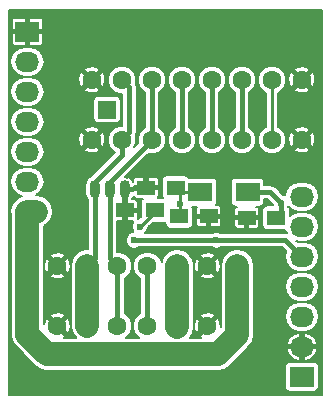
<source format=gbr>
G04 #@! TF.FileFunction,Copper,L1,Top,Signal*
%FSLAX46Y46*%
G04 Gerber Fmt 4.6, Leading zero omitted, Abs format (unit mm)*
G04 Created by KiCad (PCBNEW 4.0.0-stable) date 17.06.2016 16:47:32*
%MOMM*%
G01*
G04 APERTURE LIST*
%ADD10C,0.100000*%
%ADD11R,2.032000X1.727200*%
%ADD12O,2.032000X1.727200*%
%ADD13C,1.600000*%
%ADD14R,1.500000X1.250000*%
%ADD15R,2.000000X1.600000*%
%ADD16O,0.899160X1.501140*%
%ADD17R,1.501140X1.501140*%
%ADD18C,0.600000*%
%ADD19C,0.400000*%
%ADD20C,2.000000*%
%ADD21C,0.250000*%
%ADD22C,0.210000*%
G04 APERTURE END LIST*
D10*
D11*
X124587000Y-102362000D03*
D12*
X124587000Y-99822000D03*
X124587000Y-97282000D03*
X124587000Y-94742000D03*
X124587000Y-92202000D03*
X124587000Y-89662000D03*
X124587000Y-87122000D03*
D13*
X122047000Y-82296000D03*
X122047000Y-77216000D03*
X119507000Y-82296000D03*
X119507000Y-77216000D03*
X124587000Y-77216000D03*
X124587000Y-82296000D03*
X116967000Y-77216000D03*
X116967000Y-82296000D03*
X114427000Y-77216000D03*
X111887000Y-77216000D03*
X109347000Y-77216000D03*
X106807000Y-77216000D03*
X114427000Y-82296000D03*
X111887000Y-82296000D03*
X109347000Y-82296000D03*
X106807000Y-82296000D03*
X103886000Y-92964000D03*
X103886000Y-98044000D03*
X106426000Y-92964000D03*
X106426000Y-98044000D03*
X101346000Y-98044000D03*
X101346000Y-92964000D03*
X108966000Y-98044000D03*
X108966000Y-92964000D03*
X111506000Y-98044000D03*
X114046000Y-98044000D03*
X116586000Y-98044000D03*
X119126000Y-98044000D03*
X111506000Y-92964000D03*
X114046000Y-92964000D03*
X116586000Y-92964000D03*
X119126000Y-92964000D03*
D14*
X109621000Y-88265000D03*
X112121000Y-88265000D03*
X119908000Y-88900000D03*
X122408000Y-88900000D03*
X116693000Y-88773000D03*
X114193000Y-88773000D03*
X111399000Y-86360000D03*
X113899000Y-86360000D03*
D15*
X119983000Y-86741000D03*
X115983000Y-86741000D03*
D11*
X101346000Y-73152000D03*
D12*
X101346000Y-75692000D03*
X101346000Y-78232000D03*
X101346000Y-80772000D03*
X101346000Y-83312000D03*
X101346000Y-85852000D03*
X101346000Y-88392000D03*
D16*
X108331000Y-86487000D03*
X107061000Y-86487000D03*
X109601000Y-86487000D03*
D17*
X108077000Y-79756000D03*
D18*
X103251000Y-84201000D03*
X117348000Y-90805000D03*
X110363000Y-90805000D03*
X122809000Y-87630000D03*
X110871000Y-89662000D03*
X114300000Y-87757000D03*
D19*
X109347000Y-82296000D02*
X109982000Y-81661000D01*
X109982000Y-77851000D02*
X109347000Y-77216000D01*
X109982000Y-81661000D02*
X109982000Y-77851000D01*
X107061000Y-86487000D02*
X107061000Y-85852000D01*
X107061000Y-85852000D02*
X109347000Y-83566000D01*
X109347000Y-83566000D02*
X109347000Y-82296000D01*
X109347000Y-83058000D02*
X109347000Y-82296000D01*
X106426000Y-92964000D02*
X107061000Y-92329000D01*
X107061000Y-92329000D02*
X107061000Y-86487000D01*
D20*
X114046000Y-92964000D02*
X114046000Y-98156998D01*
X114046000Y-98156998D02*
X114046000Y-98044000D01*
X106426000Y-92964000D02*
X106426000Y-98044000D01*
D19*
X114046000Y-92964000D02*
X114046000Y-98044000D01*
D21*
X109601000Y-86487000D02*
X109621000Y-86507000D01*
X109621000Y-86507000D02*
X109621000Y-88265000D01*
X111399000Y-86360000D02*
X111272000Y-86487000D01*
X111272000Y-86487000D02*
X109601000Y-86487000D01*
D19*
X103251000Y-84201000D02*
X103632000Y-84201000D01*
X117348000Y-90805000D02*
X117221000Y-90805000D01*
X116586000Y-90805000D02*
X117221000Y-90805000D01*
X110363000Y-90805000D02*
X116586000Y-90805000D01*
X117221000Y-90805000D02*
X123190000Y-90805000D01*
X123190000Y-90805000D02*
X124587000Y-92202000D01*
X122809000Y-87630000D02*
X121920000Y-86741000D01*
X121920000Y-86741000D02*
X119983000Y-86741000D01*
X122809000Y-87630000D02*
X122809000Y-88499000D01*
X122809000Y-88499000D02*
X122408000Y-88900000D01*
X124555000Y-92202000D02*
X124587000Y-92202000D01*
D20*
X101346000Y-88392000D02*
X102108000Y-88392000D01*
X101346000Y-92964000D02*
X101346000Y-88392000D01*
X101346000Y-98044000D02*
X101346000Y-98806000D01*
X101346000Y-98806000D02*
X102997000Y-100457000D01*
X117475000Y-100457000D02*
X119126000Y-98806000D01*
X102997000Y-100457000D02*
X117475000Y-100457000D01*
X119126000Y-98806000D02*
X119126000Y-98044000D01*
X119126000Y-92964000D02*
X119126000Y-98044000D01*
X101346000Y-92964000D02*
X101346000Y-98044000D01*
D19*
X108966000Y-92964000D02*
X108331000Y-92329000D01*
X108966000Y-98044000D02*
X108966000Y-92964000D01*
X111887000Y-77216000D02*
X111887000Y-82296000D01*
X108331000Y-86487000D02*
X108331000Y-85852000D01*
X108331000Y-85852000D02*
X111887000Y-82296000D01*
X108331000Y-92329000D02*
X108331000Y-86487000D01*
D21*
X122047000Y-82296000D02*
X122047000Y-77216000D01*
D19*
X116967000Y-82296000D02*
X116967000Y-77216000D01*
D21*
X110871000Y-89662000D02*
X112121000Y-88412000D01*
X112121000Y-88412000D02*
X112121000Y-88265000D01*
X115983000Y-86741000D02*
X114280000Y-86741000D01*
X114280000Y-86741000D02*
X113899000Y-86360000D01*
X114300000Y-87757000D02*
X114300000Y-86761000D01*
X114300000Y-86761000D02*
X113899000Y-86360000D01*
X114193000Y-88773000D02*
X114300000Y-88666000D01*
X114300000Y-88666000D02*
X114300000Y-87757000D01*
D19*
X114427000Y-77216000D02*
X114427000Y-82296000D01*
X111506000Y-98044000D02*
X111506000Y-92964000D01*
X119507000Y-82296000D02*
X119507000Y-77216000D01*
D22*
G36*
X126266000Y-103914000D02*
X99794000Y-103914000D01*
X99794000Y-85852000D01*
X99897161Y-85852000D01*
X99993727Y-86337472D01*
X100268725Y-86749036D01*
X100680289Y-87024034D01*
X100920053Y-87071726D01*
X100808330Y-87093949D01*
X100352515Y-87398515D01*
X100303673Y-87471613D01*
X100268725Y-87494964D01*
X99993727Y-87906528D01*
X99897161Y-88392000D01*
X99941000Y-88612394D01*
X99941000Y-98806000D01*
X100047949Y-99343671D01*
X100352515Y-99799485D01*
X102003515Y-101450485D01*
X102459330Y-101755051D01*
X102997000Y-101862000D01*
X117475000Y-101862000D01*
X118012671Y-101755051D01*
X118396775Y-101498400D01*
X123158066Y-101498400D01*
X123158066Y-103225600D01*
X123186306Y-103375684D01*
X123275006Y-103513527D01*
X123410346Y-103606001D01*
X123571000Y-103638534D01*
X125603000Y-103638534D01*
X125753084Y-103610294D01*
X125890927Y-103521594D01*
X125983401Y-103386254D01*
X126015934Y-103225600D01*
X126015934Y-101498400D01*
X125987694Y-101348316D01*
X125898994Y-101210473D01*
X125763654Y-101117999D01*
X125603000Y-101085466D01*
X123571000Y-101085466D01*
X123420916Y-101113706D01*
X123283073Y-101202406D01*
X123190599Y-101337746D01*
X123158066Y-101498400D01*
X118396775Y-101498400D01*
X118468485Y-101450485D01*
X119769206Y-100149764D01*
X123292085Y-100149764D01*
X123476987Y-100526893D01*
X123819632Y-100839699D01*
X124255900Y-100997569D01*
X124442000Y-100929801D01*
X124442000Y-99967000D01*
X124732000Y-99967000D01*
X124732000Y-100929801D01*
X124918100Y-100997569D01*
X125354368Y-100839699D01*
X125697013Y-100526893D01*
X125881915Y-100149764D01*
X125837216Y-99967000D01*
X124732000Y-99967000D01*
X124442000Y-99967000D01*
X123336784Y-99967000D01*
X123292085Y-100149764D01*
X119769206Y-100149764D01*
X120119485Y-99799485D01*
X120323445Y-99494236D01*
X123292085Y-99494236D01*
X123336784Y-99677000D01*
X124442000Y-99677000D01*
X124442000Y-98714199D01*
X124732000Y-98714199D01*
X124732000Y-99677000D01*
X125837216Y-99677000D01*
X125881915Y-99494236D01*
X125697013Y-99117107D01*
X125354368Y-98804301D01*
X124918100Y-98646431D01*
X124732000Y-98714199D01*
X124442000Y-98714199D01*
X124255900Y-98646431D01*
X123819632Y-98804301D01*
X123476987Y-99117107D01*
X123292085Y-99494236D01*
X120323445Y-99494236D01*
X120424051Y-99343670D01*
X120531000Y-98806000D01*
X120531000Y-97282000D01*
X123138161Y-97282000D01*
X123234727Y-97767472D01*
X123509725Y-98179036D01*
X123921289Y-98454034D01*
X124406761Y-98550600D01*
X124767239Y-98550600D01*
X125252711Y-98454034D01*
X125664275Y-98179036D01*
X125939273Y-97767472D01*
X126035839Y-97282000D01*
X125939273Y-96796528D01*
X125664275Y-96384964D01*
X125252711Y-96109966D01*
X124767239Y-96013400D01*
X124406761Y-96013400D01*
X123921289Y-96109966D01*
X123509725Y-96384964D01*
X123234727Y-96796528D01*
X123138161Y-97282000D01*
X120531000Y-97282000D01*
X120531000Y-94742000D01*
X123138161Y-94742000D01*
X123234727Y-95227472D01*
X123509725Y-95639036D01*
X123921289Y-95914034D01*
X124406761Y-96010600D01*
X124767239Y-96010600D01*
X125252711Y-95914034D01*
X125664275Y-95639036D01*
X125939273Y-95227472D01*
X126035839Y-94742000D01*
X125939273Y-94256528D01*
X125664275Y-93844964D01*
X125252711Y-93569966D01*
X124767239Y-93473400D01*
X124406761Y-93473400D01*
X123921289Y-93569966D01*
X123509725Y-93844964D01*
X123234727Y-94256528D01*
X123138161Y-94742000D01*
X120531000Y-94742000D01*
X120531000Y-92964000D01*
X120424051Y-92426330D01*
X120119485Y-91970515D01*
X119663670Y-91665949D01*
X119126000Y-91559000D01*
X118588330Y-91665949D01*
X118132515Y-91970515D01*
X117827949Y-92426330D01*
X117721000Y-92964000D01*
X117721000Y-93028780D01*
X117687147Y-92642788D01*
X117591759Y-92412503D01*
X117435150Y-92319911D01*
X116791061Y-92964000D01*
X117435150Y-93608089D01*
X117591759Y-93515497D01*
X117721000Y-93105289D01*
X117721000Y-98108780D01*
X117687147Y-97722788D01*
X117591759Y-97492503D01*
X117435150Y-97399911D01*
X116791061Y-98044000D01*
X116805204Y-98058143D01*
X116600143Y-98263204D01*
X116586000Y-98249061D01*
X115941911Y-98893150D01*
X116034503Y-99049759D01*
X116041616Y-99052000D01*
X115105289Y-99052000D01*
X115344051Y-98694668D01*
X115451000Y-98156998D01*
X115451000Y-97979220D01*
X115484853Y-98365212D01*
X115580241Y-98595497D01*
X115736850Y-98688089D01*
X116380939Y-98044000D01*
X115736850Y-97399911D01*
X115580241Y-97492503D01*
X115451000Y-97902711D01*
X115451000Y-97194850D01*
X115941911Y-97194850D01*
X116586000Y-97838939D01*
X117230089Y-97194850D01*
X117137497Y-97038241D01*
X116710629Y-96903751D01*
X116264788Y-96942853D01*
X116034503Y-97038241D01*
X115941911Y-97194850D01*
X115451000Y-97194850D01*
X115451000Y-93813150D01*
X115941911Y-93813150D01*
X116034503Y-93969759D01*
X116461371Y-94104249D01*
X116907212Y-94065147D01*
X117137497Y-93969759D01*
X117230089Y-93813150D01*
X116586000Y-93169061D01*
X115941911Y-93813150D01*
X115451000Y-93813150D01*
X115451000Y-92964000D01*
X115426210Y-92839371D01*
X115445751Y-92839371D01*
X115484853Y-93285212D01*
X115580241Y-93515497D01*
X115736850Y-93608089D01*
X116380939Y-92964000D01*
X115736850Y-92319911D01*
X115580241Y-92412503D01*
X115445751Y-92839371D01*
X115426210Y-92839371D01*
X115344051Y-92426330D01*
X115135927Y-92114850D01*
X115941911Y-92114850D01*
X116586000Y-92758939D01*
X117230089Y-92114850D01*
X117137497Y-91958241D01*
X116710629Y-91823751D01*
X116264788Y-91862853D01*
X116034503Y-91958241D01*
X115941911Y-92114850D01*
X115135927Y-92114850D01*
X115039485Y-91970515D01*
X114583670Y-91665949D01*
X114046000Y-91559000D01*
X113508330Y-91665949D01*
X113052515Y-91970515D01*
X112747949Y-92426330D01*
X112695858Y-92688211D01*
X112528145Y-92282314D01*
X112189469Y-91943047D01*
X111746741Y-91759210D01*
X111267362Y-91758792D01*
X110824314Y-91941855D01*
X110485047Y-92280531D01*
X110301210Y-92723259D01*
X110300792Y-93202638D01*
X110483855Y-93645686D01*
X110822531Y-93984953D01*
X110901000Y-94017536D01*
X110901000Y-96990169D01*
X110824314Y-97021855D01*
X110485047Y-97360531D01*
X110301210Y-97803259D01*
X110300792Y-98282638D01*
X110483855Y-98725686D01*
X110809601Y-99052000D01*
X109661856Y-99052000D01*
X109986953Y-98727469D01*
X110170790Y-98284741D01*
X110171208Y-97805362D01*
X109988145Y-97362314D01*
X109649469Y-97023047D01*
X109571000Y-96990464D01*
X109571000Y-94017831D01*
X109647686Y-93986145D01*
X109986953Y-93647469D01*
X110170790Y-93204741D01*
X110171208Y-92725362D01*
X109988145Y-92282314D01*
X109649469Y-91943047D01*
X109206741Y-91759210D01*
X108936000Y-91758974D01*
X108936000Y-90944618D01*
X109657878Y-90944618D01*
X109764981Y-91203829D01*
X109963128Y-91402322D01*
X110222152Y-91509878D01*
X110502618Y-91510122D01*
X110744934Y-91410000D01*
X116966619Y-91410000D01*
X117207152Y-91509878D01*
X117487618Y-91510122D01*
X117729934Y-91410000D01*
X122939400Y-91410000D01*
X123239214Y-91709813D01*
X123234727Y-91716528D01*
X123138161Y-92202000D01*
X123234727Y-92687472D01*
X123509725Y-93099036D01*
X123921289Y-93374034D01*
X124406761Y-93470600D01*
X124767239Y-93470600D01*
X125252711Y-93374034D01*
X125664275Y-93099036D01*
X125939273Y-92687472D01*
X126035839Y-92202000D01*
X125939273Y-91716528D01*
X125664275Y-91304964D01*
X125252711Y-91029966D01*
X124767239Y-90933400D01*
X124406761Y-90933400D01*
X124212617Y-90972017D01*
X124112709Y-90872110D01*
X124406761Y-90930600D01*
X124767239Y-90930600D01*
X125252711Y-90834034D01*
X125664275Y-90559036D01*
X125939273Y-90147472D01*
X126035839Y-89662000D01*
X125939273Y-89176528D01*
X125664275Y-88764964D01*
X125252711Y-88489966D01*
X124767239Y-88393400D01*
X124406761Y-88393400D01*
X123921289Y-88489966D01*
X123570934Y-88724065D01*
X123570934Y-88275000D01*
X123542694Y-88124916D01*
X123453994Y-87987073D01*
X123430702Y-87971158D01*
X123448728Y-87927747D01*
X123509725Y-88019036D01*
X123921289Y-88294034D01*
X124406761Y-88390600D01*
X124767239Y-88390600D01*
X125252711Y-88294034D01*
X125664275Y-88019036D01*
X125939273Y-87607472D01*
X126035839Y-87122000D01*
X125939273Y-86636528D01*
X125664275Y-86224964D01*
X125252711Y-85949966D01*
X124767239Y-85853400D01*
X124406761Y-85853400D01*
X123921289Y-85949966D01*
X123509725Y-86224964D01*
X123234727Y-86636528D01*
X123159967Y-87012371D01*
X122966733Y-86932133D01*
X122347800Y-86313200D01*
X122151524Y-86182053D01*
X121920000Y-86135999D01*
X121919995Y-86136000D01*
X121395934Y-86136000D01*
X121395934Y-85941000D01*
X121367694Y-85790916D01*
X121278994Y-85653073D01*
X121143654Y-85560599D01*
X120983000Y-85528066D01*
X118983000Y-85528066D01*
X118832916Y-85556306D01*
X118695073Y-85645006D01*
X118602599Y-85780346D01*
X118570066Y-85941000D01*
X118570066Y-87541000D01*
X118598306Y-87691084D01*
X118687006Y-87828927D01*
X118822346Y-87921401D01*
X118983000Y-87953934D01*
X119083856Y-87953934D01*
X118973903Y-87999478D01*
X118882479Y-88090902D01*
X118833000Y-88210353D01*
X118833000Y-88673750D01*
X118914250Y-88755000D01*
X119763000Y-88755000D01*
X119763000Y-88735000D01*
X120053000Y-88735000D01*
X120053000Y-88755000D01*
X120901750Y-88755000D01*
X120983000Y-88673750D01*
X120983000Y-88210353D01*
X120933521Y-88090902D01*
X120842097Y-87999478D01*
X120732144Y-87953934D01*
X120983000Y-87953934D01*
X121133084Y-87925694D01*
X121270927Y-87836994D01*
X121363401Y-87701654D01*
X121395934Y-87541000D01*
X121395934Y-87346000D01*
X121669400Y-87346000D01*
X122111525Y-87788125D01*
X122142076Y-87862066D01*
X121658000Y-87862066D01*
X121507916Y-87890306D01*
X121370073Y-87979006D01*
X121277599Y-88114346D01*
X121245066Y-88275000D01*
X121245066Y-89525000D01*
X121273306Y-89675084D01*
X121362006Y-89812927D01*
X121497346Y-89905401D01*
X121658000Y-89937934D01*
X123158000Y-89937934D01*
X123191783Y-89931577D01*
X123234727Y-90147472D01*
X123282060Y-90218311D01*
X123190000Y-90199999D01*
X123189995Y-90200000D01*
X117729381Y-90200000D01*
X117488848Y-90100122D01*
X117208382Y-90099878D01*
X116966066Y-90200000D01*
X111329953Y-90200000D01*
X111468322Y-90061872D01*
X111575878Y-89802848D01*
X111575962Y-89706572D01*
X111979600Y-89302934D01*
X112871000Y-89302934D01*
X113021084Y-89274694D01*
X113030066Y-89268914D01*
X113030066Y-89398000D01*
X113058306Y-89548084D01*
X113147006Y-89685927D01*
X113282346Y-89778401D01*
X113443000Y-89810934D01*
X114943000Y-89810934D01*
X115093084Y-89782694D01*
X115230927Y-89693994D01*
X115323401Y-89558654D01*
X115355934Y-89398000D01*
X115355934Y-88999250D01*
X115618000Y-88999250D01*
X115618000Y-89462647D01*
X115667479Y-89582098D01*
X115758903Y-89673522D01*
X115878354Y-89723000D01*
X116466750Y-89723000D01*
X116548000Y-89641750D01*
X116548000Y-88918000D01*
X116838000Y-88918000D01*
X116838000Y-89641750D01*
X116919250Y-89723000D01*
X117507646Y-89723000D01*
X117627097Y-89673522D01*
X117718521Y-89582098D01*
X117768000Y-89462647D01*
X117768000Y-89126250D01*
X118833000Y-89126250D01*
X118833000Y-89589647D01*
X118882479Y-89709098D01*
X118973903Y-89800522D01*
X119093354Y-89850000D01*
X119681750Y-89850000D01*
X119763000Y-89768750D01*
X119763000Y-89045000D01*
X120053000Y-89045000D01*
X120053000Y-89768750D01*
X120134250Y-89850000D01*
X120722646Y-89850000D01*
X120842097Y-89800522D01*
X120933521Y-89709098D01*
X120983000Y-89589647D01*
X120983000Y-89126250D01*
X120901750Y-89045000D01*
X120053000Y-89045000D01*
X119763000Y-89045000D01*
X118914250Y-89045000D01*
X118833000Y-89126250D01*
X117768000Y-89126250D01*
X117768000Y-88999250D01*
X117686750Y-88918000D01*
X116838000Y-88918000D01*
X116548000Y-88918000D01*
X115699250Y-88918000D01*
X115618000Y-88999250D01*
X115355934Y-88999250D01*
X115355934Y-88148000D01*
X115327694Y-87997916D01*
X115299392Y-87953934D01*
X115677447Y-87953934D01*
X115667479Y-87963902D01*
X115618000Y-88083353D01*
X115618000Y-88546750D01*
X115699250Y-88628000D01*
X116548000Y-88628000D01*
X116548000Y-88608000D01*
X116838000Y-88608000D01*
X116838000Y-88628000D01*
X117686750Y-88628000D01*
X117768000Y-88546750D01*
X117768000Y-88083353D01*
X117718521Y-87963902D01*
X117627097Y-87872478D01*
X117507646Y-87823000D01*
X117280489Y-87823000D01*
X117363401Y-87701654D01*
X117395934Y-87541000D01*
X117395934Y-85941000D01*
X117367694Y-85790916D01*
X117278994Y-85653073D01*
X117143654Y-85560599D01*
X116983000Y-85528066D01*
X114997112Y-85528066D01*
X114944994Y-85447073D01*
X114809654Y-85354599D01*
X114649000Y-85322066D01*
X113149000Y-85322066D01*
X112998916Y-85350306D01*
X112861073Y-85439006D01*
X112768599Y-85574346D01*
X112736066Y-85735000D01*
X112736066Y-86985000D01*
X112764306Y-87135084D01*
X112823495Y-87227066D01*
X112366553Y-87227066D01*
X112424521Y-87169098D01*
X112474000Y-87049647D01*
X112474000Y-86586250D01*
X112392750Y-86505000D01*
X111544000Y-86505000D01*
X111544000Y-86525000D01*
X111254000Y-86525000D01*
X111254000Y-86505000D01*
X110405250Y-86505000D01*
X110324000Y-86586250D01*
X110324000Y-86632000D01*
X109746000Y-86632000D01*
X109746000Y-87465988D01*
X109766000Y-87474660D01*
X109766000Y-88120000D01*
X110614750Y-88120000D01*
X110696000Y-88038750D01*
X110696000Y-87575353D01*
X110646521Y-87455902D01*
X110555097Y-87364478D01*
X110435646Y-87315000D01*
X110166659Y-87315000D01*
X110261130Y-87218371D01*
X110326437Y-87055529D01*
X110373479Y-87169098D01*
X110464903Y-87260522D01*
X110584354Y-87310000D01*
X111135920Y-87310000D01*
X111083073Y-87344006D01*
X110990599Y-87479346D01*
X110958066Y-87640000D01*
X110958066Y-88825400D01*
X110826505Y-88956961D01*
X110731382Y-88956878D01*
X110687579Y-88974977D01*
X110696000Y-88954647D01*
X110696000Y-88491250D01*
X110614750Y-88410000D01*
X109766000Y-88410000D01*
X109766000Y-89133750D01*
X109847250Y-89215000D01*
X110320888Y-89215000D01*
X110273678Y-89262128D01*
X110166122Y-89521152D01*
X110165878Y-89801618D01*
X110272981Y-90060829D01*
X110312039Y-90099955D01*
X110223382Y-90099878D01*
X109964171Y-90206981D01*
X109765678Y-90405128D01*
X109658122Y-90664152D01*
X109657878Y-90944618D01*
X108936000Y-90944618D01*
X108936000Y-89215000D01*
X109394750Y-89215000D01*
X109476000Y-89133750D01*
X109476000Y-88410000D01*
X109456000Y-88410000D01*
X109456000Y-88120000D01*
X109476000Y-88120000D01*
X109476000Y-87396250D01*
X109456000Y-87376250D01*
X109456000Y-86632000D01*
X109436000Y-86632000D01*
X109436000Y-86342000D01*
X109456000Y-86342000D01*
X109456000Y-86322000D01*
X109746000Y-86322000D01*
X109746000Y-86342000D01*
X110375580Y-86342000D01*
X110375580Y-86185330D01*
X110405250Y-86215000D01*
X111254000Y-86215000D01*
X111254000Y-85491250D01*
X111544000Y-85491250D01*
X111544000Y-86215000D01*
X112392750Y-86215000D01*
X112474000Y-86133750D01*
X112474000Y-85670353D01*
X112424521Y-85550902D01*
X112333097Y-85459478D01*
X112213646Y-85410000D01*
X111625250Y-85410000D01*
X111544000Y-85491250D01*
X111254000Y-85491250D01*
X111172750Y-85410000D01*
X110584354Y-85410000D01*
X110464903Y-85459478D01*
X110373479Y-85550902D01*
X110324000Y-85670353D01*
X110324000Y-85912395D01*
X110261130Y-85755629D01*
X110046181Y-85535769D01*
X109863244Y-85457174D01*
X109746002Y-85508011D01*
X109746002Y-85411430D01*
X109627170Y-85411430D01*
X111569629Y-83468970D01*
X111646259Y-83500790D01*
X112125638Y-83501208D01*
X112568686Y-83318145D01*
X112907953Y-82979469D01*
X113091790Y-82536741D01*
X113092208Y-82057362D01*
X112909145Y-81614314D01*
X112570469Y-81275047D01*
X112492000Y-81242464D01*
X112492000Y-78269831D01*
X112568686Y-78238145D01*
X112907953Y-77899469D01*
X113091790Y-77456741D01*
X113091791Y-77454638D01*
X113221792Y-77454638D01*
X113404855Y-77897686D01*
X113743531Y-78236953D01*
X113822000Y-78269536D01*
X113822000Y-81242169D01*
X113745314Y-81273855D01*
X113406047Y-81612531D01*
X113222210Y-82055259D01*
X113221792Y-82534638D01*
X113404855Y-82977686D01*
X113743531Y-83316953D01*
X114186259Y-83500790D01*
X114665638Y-83501208D01*
X115108686Y-83318145D01*
X115447953Y-82979469D01*
X115631790Y-82536741D01*
X115632208Y-82057362D01*
X115449145Y-81614314D01*
X115110469Y-81275047D01*
X115032000Y-81242464D01*
X115032000Y-78269831D01*
X115108686Y-78238145D01*
X115447953Y-77899469D01*
X115631790Y-77456741D01*
X115631791Y-77454638D01*
X115761792Y-77454638D01*
X115944855Y-77897686D01*
X116283531Y-78236953D01*
X116362000Y-78269536D01*
X116362000Y-81242169D01*
X116285314Y-81273855D01*
X115946047Y-81612531D01*
X115762210Y-82055259D01*
X115761792Y-82534638D01*
X115944855Y-82977686D01*
X116283531Y-83316953D01*
X116726259Y-83500790D01*
X117205638Y-83501208D01*
X117648686Y-83318145D01*
X117987953Y-82979469D01*
X118171790Y-82536741D01*
X118172208Y-82057362D01*
X117989145Y-81614314D01*
X117650469Y-81275047D01*
X117572000Y-81242464D01*
X117572000Y-78269831D01*
X117648686Y-78238145D01*
X117987953Y-77899469D01*
X118171790Y-77456741D01*
X118171791Y-77454638D01*
X118301792Y-77454638D01*
X118484855Y-77897686D01*
X118823531Y-78236953D01*
X118902000Y-78269536D01*
X118902000Y-81242169D01*
X118825314Y-81273855D01*
X118486047Y-81612531D01*
X118302210Y-82055259D01*
X118301792Y-82534638D01*
X118484855Y-82977686D01*
X118823531Y-83316953D01*
X119266259Y-83500790D01*
X119745638Y-83501208D01*
X120188686Y-83318145D01*
X120527953Y-82979469D01*
X120711790Y-82536741D01*
X120712208Y-82057362D01*
X120529145Y-81614314D01*
X120190469Y-81275047D01*
X120112000Y-81242464D01*
X120112000Y-78269831D01*
X120188686Y-78238145D01*
X120527953Y-77899469D01*
X120711790Y-77456741D01*
X120711791Y-77454638D01*
X120841792Y-77454638D01*
X121024855Y-77897686D01*
X121363531Y-78236953D01*
X121517000Y-78300679D01*
X121517000Y-81211180D01*
X121365314Y-81273855D01*
X121026047Y-81612531D01*
X120842210Y-82055259D01*
X120841792Y-82534638D01*
X121024855Y-82977686D01*
X121363531Y-83316953D01*
X121806259Y-83500790D01*
X122285638Y-83501208D01*
X122728686Y-83318145D01*
X122901982Y-83145150D01*
X123942911Y-83145150D01*
X124035503Y-83301759D01*
X124462371Y-83436249D01*
X124908212Y-83397147D01*
X125138497Y-83301759D01*
X125231089Y-83145150D01*
X124587000Y-82501061D01*
X123942911Y-83145150D01*
X122901982Y-83145150D01*
X123067953Y-82979469D01*
X123251790Y-82536741D01*
X123252108Y-82171371D01*
X123446751Y-82171371D01*
X123485853Y-82617212D01*
X123581241Y-82847497D01*
X123737850Y-82940089D01*
X124381939Y-82296000D01*
X124792061Y-82296000D01*
X125436150Y-82940089D01*
X125592759Y-82847497D01*
X125727249Y-82420629D01*
X125688147Y-81974788D01*
X125592759Y-81744503D01*
X125436150Y-81651911D01*
X124792061Y-82296000D01*
X124381939Y-82296000D01*
X123737850Y-81651911D01*
X123581241Y-81744503D01*
X123446751Y-82171371D01*
X123252108Y-82171371D01*
X123252208Y-82057362D01*
X123069145Y-81614314D01*
X122901973Y-81446850D01*
X123942911Y-81446850D01*
X124587000Y-82090939D01*
X125231089Y-81446850D01*
X125138497Y-81290241D01*
X124711629Y-81155751D01*
X124265788Y-81194853D01*
X124035503Y-81290241D01*
X123942911Y-81446850D01*
X122901973Y-81446850D01*
X122730469Y-81275047D01*
X122577000Y-81211321D01*
X122577000Y-78300820D01*
X122728686Y-78238145D01*
X122901982Y-78065150D01*
X123942911Y-78065150D01*
X124035503Y-78221759D01*
X124462371Y-78356249D01*
X124908212Y-78317147D01*
X125138497Y-78221759D01*
X125231089Y-78065150D01*
X124587000Y-77421061D01*
X123942911Y-78065150D01*
X122901982Y-78065150D01*
X123067953Y-77899469D01*
X123251790Y-77456741D01*
X123252108Y-77091371D01*
X123446751Y-77091371D01*
X123485853Y-77537212D01*
X123581241Y-77767497D01*
X123737850Y-77860089D01*
X124381939Y-77216000D01*
X124792061Y-77216000D01*
X125436150Y-77860089D01*
X125592759Y-77767497D01*
X125727249Y-77340629D01*
X125688147Y-76894788D01*
X125592759Y-76664503D01*
X125436150Y-76571911D01*
X124792061Y-77216000D01*
X124381939Y-77216000D01*
X123737850Y-76571911D01*
X123581241Y-76664503D01*
X123446751Y-77091371D01*
X123252108Y-77091371D01*
X123252208Y-76977362D01*
X123069145Y-76534314D01*
X122901973Y-76366850D01*
X123942911Y-76366850D01*
X124587000Y-77010939D01*
X125231089Y-76366850D01*
X125138497Y-76210241D01*
X124711629Y-76075751D01*
X124265788Y-76114853D01*
X124035503Y-76210241D01*
X123942911Y-76366850D01*
X122901973Y-76366850D01*
X122730469Y-76195047D01*
X122287741Y-76011210D01*
X121808362Y-76010792D01*
X121365314Y-76193855D01*
X121026047Y-76532531D01*
X120842210Y-76975259D01*
X120841792Y-77454638D01*
X120711791Y-77454638D01*
X120712208Y-76977362D01*
X120529145Y-76534314D01*
X120190469Y-76195047D01*
X119747741Y-76011210D01*
X119268362Y-76010792D01*
X118825314Y-76193855D01*
X118486047Y-76532531D01*
X118302210Y-76975259D01*
X118301792Y-77454638D01*
X118171791Y-77454638D01*
X118172208Y-76977362D01*
X117989145Y-76534314D01*
X117650469Y-76195047D01*
X117207741Y-76011210D01*
X116728362Y-76010792D01*
X116285314Y-76193855D01*
X115946047Y-76532531D01*
X115762210Y-76975259D01*
X115761792Y-77454638D01*
X115631791Y-77454638D01*
X115632208Y-76977362D01*
X115449145Y-76534314D01*
X115110469Y-76195047D01*
X114667741Y-76011210D01*
X114188362Y-76010792D01*
X113745314Y-76193855D01*
X113406047Y-76532531D01*
X113222210Y-76975259D01*
X113221792Y-77454638D01*
X113091791Y-77454638D01*
X113092208Y-76977362D01*
X112909145Y-76534314D01*
X112570469Y-76195047D01*
X112127741Y-76011210D01*
X111648362Y-76010792D01*
X111205314Y-76193855D01*
X110866047Y-76532531D01*
X110682210Y-76975259D01*
X110681792Y-77454638D01*
X110864855Y-77897686D01*
X111203531Y-78236953D01*
X111282000Y-78269536D01*
X111282000Y-81242169D01*
X111205314Y-81273855D01*
X110866047Y-81612531D01*
X110682210Y-82055259D01*
X110681792Y-82534638D01*
X110714238Y-82613163D01*
X110382170Y-82945231D01*
X110551790Y-82536741D01*
X110552208Y-82057362D01*
X110505820Y-81945094D01*
X110540947Y-81892523D01*
X110545785Y-81868200D01*
X110587001Y-81661000D01*
X110587000Y-81660995D01*
X110587000Y-77851005D01*
X110587001Y-77851000D01*
X110540947Y-77619477D01*
X110505959Y-77567114D01*
X110551790Y-77456741D01*
X110552208Y-76977362D01*
X110369145Y-76534314D01*
X110030469Y-76195047D01*
X109587741Y-76011210D01*
X109108362Y-76010792D01*
X108665314Y-76193855D01*
X108326047Y-76532531D01*
X108142210Y-76975259D01*
X108141792Y-77454638D01*
X108324855Y-77897686D01*
X108663531Y-78236953D01*
X109106259Y-78420790D01*
X109377000Y-78421026D01*
X109377000Y-81091026D01*
X109108362Y-81090792D01*
X108665314Y-81273855D01*
X108326047Y-81612531D01*
X108142210Y-82055259D01*
X108141792Y-82534638D01*
X108324855Y-82977686D01*
X108663531Y-83316953D01*
X108717880Y-83339521D01*
X106633200Y-85424200D01*
X106612713Y-85454861D01*
X106456721Y-85559092D01*
X106271471Y-85836337D01*
X106206420Y-86163371D01*
X106206420Y-86810629D01*
X106271471Y-87137663D01*
X106456000Y-87413829D01*
X106456000Y-91564967D01*
X106426000Y-91559000D01*
X105888330Y-91665949D01*
X105432515Y-91970515D01*
X105127949Y-92426330D01*
X105021000Y-92964000D01*
X105021000Y-93028780D01*
X104987147Y-92642788D01*
X104891759Y-92412503D01*
X104735150Y-92319911D01*
X104091061Y-92964000D01*
X104735150Y-93608089D01*
X104891759Y-93515497D01*
X105021000Y-93105289D01*
X105021000Y-98044000D01*
X105127949Y-98581670D01*
X105432515Y-99037485D01*
X105454238Y-99052000D01*
X104432087Y-99052000D01*
X104437497Y-99049759D01*
X104530089Y-98893150D01*
X103886000Y-98249061D01*
X103871858Y-98263204D01*
X103666797Y-98058143D01*
X103680939Y-98044000D01*
X104091061Y-98044000D01*
X104735150Y-98688089D01*
X104891759Y-98595497D01*
X105026249Y-98168629D01*
X104987147Y-97722788D01*
X104891759Y-97492503D01*
X104735150Y-97399911D01*
X104091061Y-98044000D01*
X103680939Y-98044000D01*
X103036850Y-97399911D01*
X102880241Y-97492503D01*
X102751000Y-97902711D01*
X102751000Y-97194850D01*
X103241911Y-97194850D01*
X103886000Y-97838939D01*
X104530089Y-97194850D01*
X104437497Y-97038241D01*
X104010629Y-96903751D01*
X103564788Y-96942853D01*
X103334503Y-97038241D01*
X103241911Y-97194850D01*
X102751000Y-97194850D01*
X102751000Y-93813150D01*
X103241911Y-93813150D01*
X103334503Y-93969759D01*
X103761371Y-94104249D01*
X104207212Y-94065147D01*
X104437497Y-93969759D01*
X104530089Y-93813150D01*
X103886000Y-93169061D01*
X103241911Y-93813150D01*
X102751000Y-93813150D01*
X102751000Y-92899220D01*
X102784853Y-93285212D01*
X102880241Y-93515497D01*
X103036850Y-93608089D01*
X103680939Y-92964000D01*
X103036850Y-92319911D01*
X102880241Y-92412503D01*
X102751000Y-92822711D01*
X102751000Y-92114850D01*
X103241911Y-92114850D01*
X103886000Y-92758939D01*
X104530089Y-92114850D01*
X104437497Y-91958241D01*
X104010629Y-91823751D01*
X103564788Y-91862853D01*
X103334503Y-91958241D01*
X103241911Y-92114850D01*
X102751000Y-92114850D01*
X102751000Y-89619672D01*
X103101485Y-89385485D01*
X103406051Y-88929670D01*
X103513000Y-88392000D01*
X103406051Y-87854330D01*
X103101485Y-87398515D01*
X102645670Y-87093949D01*
X102108000Y-86987000D01*
X102067136Y-86987000D01*
X102423275Y-86749036D01*
X102698273Y-86337472D01*
X102794839Y-85852000D01*
X102698273Y-85366528D01*
X102423275Y-84954964D01*
X102011711Y-84679966D01*
X101526239Y-84583400D01*
X101165761Y-84583400D01*
X100680289Y-84679966D01*
X100268725Y-84954964D01*
X99993727Y-85366528D01*
X99897161Y-85852000D01*
X99794000Y-85852000D01*
X99794000Y-83312000D01*
X99897161Y-83312000D01*
X99993727Y-83797472D01*
X100268725Y-84209036D01*
X100680289Y-84484034D01*
X101165761Y-84580600D01*
X101526239Y-84580600D01*
X102011711Y-84484034D01*
X102423275Y-84209036D01*
X102698273Y-83797472D01*
X102794839Y-83312000D01*
X102761651Y-83145150D01*
X106162911Y-83145150D01*
X106255503Y-83301759D01*
X106682371Y-83436249D01*
X107128212Y-83397147D01*
X107358497Y-83301759D01*
X107451089Y-83145150D01*
X106807000Y-82501061D01*
X106162911Y-83145150D01*
X102761651Y-83145150D01*
X102698273Y-82826528D01*
X102423275Y-82414964D01*
X102058712Y-82171371D01*
X105666751Y-82171371D01*
X105705853Y-82617212D01*
X105801241Y-82847497D01*
X105957850Y-82940089D01*
X106601939Y-82296000D01*
X107012061Y-82296000D01*
X107656150Y-82940089D01*
X107812759Y-82847497D01*
X107947249Y-82420629D01*
X107908147Y-81974788D01*
X107812759Y-81744503D01*
X107656150Y-81651911D01*
X107012061Y-82296000D01*
X106601939Y-82296000D01*
X105957850Y-81651911D01*
X105801241Y-81744503D01*
X105666751Y-82171371D01*
X102058712Y-82171371D01*
X102011711Y-82139966D01*
X101526239Y-82043400D01*
X101165761Y-82043400D01*
X100680289Y-82139966D01*
X100268725Y-82414964D01*
X99993727Y-82826528D01*
X99897161Y-83312000D01*
X99794000Y-83312000D01*
X99794000Y-80772000D01*
X99897161Y-80772000D01*
X99993727Y-81257472D01*
X100268725Y-81669036D01*
X100680289Y-81944034D01*
X101165761Y-82040600D01*
X101526239Y-82040600D01*
X102011711Y-81944034D01*
X102423275Y-81669036D01*
X102571734Y-81446850D01*
X106162911Y-81446850D01*
X106807000Y-82090939D01*
X107451089Y-81446850D01*
X107358497Y-81290241D01*
X106931629Y-81155751D01*
X106485788Y-81194853D01*
X106255503Y-81290241D01*
X106162911Y-81446850D01*
X102571734Y-81446850D01*
X102698273Y-81257472D01*
X102794839Y-80772000D01*
X102698273Y-80286528D01*
X102423275Y-79874964D01*
X102011711Y-79599966D01*
X101526239Y-79503400D01*
X101165761Y-79503400D01*
X100680289Y-79599966D01*
X100268725Y-79874964D01*
X99993727Y-80286528D01*
X99897161Y-80772000D01*
X99794000Y-80772000D01*
X99794000Y-78232000D01*
X99897161Y-78232000D01*
X99993727Y-78717472D01*
X100268725Y-79129036D01*
X100680289Y-79404034D01*
X101165761Y-79500600D01*
X101526239Y-79500600D01*
X102011711Y-79404034D01*
X102423275Y-79129036D01*
X102505865Y-79005430D01*
X106913496Y-79005430D01*
X106913496Y-80506570D01*
X106941736Y-80656654D01*
X107030436Y-80794497D01*
X107165776Y-80886971D01*
X107326430Y-80919504D01*
X108827570Y-80919504D01*
X108977654Y-80891264D01*
X109115497Y-80802564D01*
X109207971Y-80667224D01*
X109240504Y-80506570D01*
X109240504Y-79005430D01*
X109212264Y-78855346D01*
X109123564Y-78717503D01*
X108988224Y-78625029D01*
X108827570Y-78592496D01*
X107326430Y-78592496D01*
X107176346Y-78620736D01*
X107038503Y-78709436D01*
X106946029Y-78844776D01*
X106913496Y-79005430D01*
X102505865Y-79005430D01*
X102698273Y-78717472D01*
X102794839Y-78232000D01*
X102761651Y-78065150D01*
X106162911Y-78065150D01*
X106255503Y-78221759D01*
X106682371Y-78356249D01*
X107128212Y-78317147D01*
X107358497Y-78221759D01*
X107451089Y-78065150D01*
X106807000Y-77421061D01*
X106162911Y-78065150D01*
X102761651Y-78065150D01*
X102698273Y-77746528D01*
X102423275Y-77334964D01*
X102058712Y-77091371D01*
X105666751Y-77091371D01*
X105705853Y-77537212D01*
X105801241Y-77767497D01*
X105957850Y-77860089D01*
X106601939Y-77216000D01*
X107012061Y-77216000D01*
X107656150Y-77860089D01*
X107812759Y-77767497D01*
X107947249Y-77340629D01*
X107908147Y-76894788D01*
X107812759Y-76664503D01*
X107656150Y-76571911D01*
X107012061Y-77216000D01*
X106601939Y-77216000D01*
X105957850Y-76571911D01*
X105801241Y-76664503D01*
X105666751Y-77091371D01*
X102058712Y-77091371D01*
X102011711Y-77059966D01*
X101526239Y-76963400D01*
X101165761Y-76963400D01*
X100680289Y-77059966D01*
X100268725Y-77334964D01*
X99993727Y-77746528D01*
X99897161Y-78232000D01*
X99794000Y-78232000D01*
X99794000Y-75692000D01*
X99897161Y-75692000D01*
X99993727Y-76177472D01*
X100268725Y-76589036D01*
X100680289Y-76864034D01*
X101165761Y-76960600D01*
X101526239Y-76960600D01*
X102011711Y-76864034D01*
X102423275Y-76589036D01*
X102571734Y-76366850D01*
X106162911Y-76366850D01*
X106807000Y-77010939D01*
X107451089Y-76366850D01*
X107358497Y-76210241D01*
X106931629Y-76075751D01*
X106485788Y-76114853D01*
X106255503Y-76210241D01*
X106162911Y-76366850D01*
X102571734Y-76366850D01*
X102698273Y-76177472D01*
X102794839Y-75692000D01*
X102698273Y-75206528D01*
X102423275Y-74794964D01*
X102011711Y-74519966D01*
X101526239Y-74423400D01*
X101165761Y-74423400D01*
X100680289Y-74519966D01*
X100268725Y-74794964D01*
X99993727Y-75206528D01*
X99897161Y-75692000D01*
X99794000Y-75692000D01*
X99794000Y-73378250D01*
X100005000Y-73378250D01*
X100005000Y-74080247D01*
X100054479Y-74199698D01*
X100145903Y-74291122D01*
X100265354Y-74340600D01*
X101119750Y-74340600D01*
X101201000Y-74259350D01*
X101201000Y-73297000D01*
X101491000Y-73297000D01*
X101491000Y-74259350D01*
X101572250Y-74340600D01*
X102426646Y-74340600D01*
X102546097Y-74291122D01*
X102637521Y-74199698D01*
X102687000Y-74080247D01*
X102687000Y-73378250D01*
X102605750Y-73297000D01*
X101491000Y-73297000D01*
X101201000Y-73297000D01*
X100086250Y-73297000D01*
X100005000Y-73378250D01*
X99794000Y-73378250D01*
X99794000Y-72223753D01*
X100005000Y-72223753D01*
X100005000Y-72925750D01*
X100086250Y-73007000D01*
X101201000Y-73007000D01*
X101201000Y-72044650D01*
X101491000Y-72044650D01*
X101491000Y-73007000D01*
X102605750Y-73007000D01*
X102687000Y-72925750D01*
X102687000Y-72223753D01*
X102637521Y-72104302D01*
X102546097Y-72012878D01*
X102426646Y-71963400D01*
X101572250Y-71963400D01*
X101491000Y-72044650D01*
X101201000Y-72044650D01*
X101119750Y-71963400D01*
X100265354Y-71963400D01*
X100145903Y-72012878D01*
X100054479Y-72104302D01*
X100005000Y-72223753D01*
X99794000Y-72223753D01*
X99794000Y-71346000D01*
X126266000Y-71346000D01*
X126266000Y-103914000D01*
X126266000Y-103914000D01*
G37*
X126266000Y-103914000D02*
X99794000Y-103914000D01*
X99794000Y-85852000D01*
X99897161Y-85852000D01*
X99993727Y-86337472D01*
X100268725Y-86749036D01*
X100680289Y-87024034D01*
X100920053Y-87071726D01*
X100808330Y-87093949D01*
X100352515Y-87398515D01*
X100303673Y-87471613D01*
X100268725Y-87494964D01*
X99993727Y-87906528D01*
X99897161Y-88392000D01*
X99941000Y-88612394D01*
X99941000Y-98806000D01*
X100047949Y-99343671D01*
X100352515Y-99799485D01*
X102003515Y-101450485D01*
X102459330Y-101755051D01*
X102997000Y-101862000D01*
X117475000Y-101862000D01*
X118012671Y-101755051D01*
X118396775Y-101498400D01*
X123158066Y-101498400D01*
X123158066Y-103225600D01*
X123186306Y-103375684D01*
X123275006Y-103513527D01*
X123410346Y-103606001D01*
X123571000Y-103638534D01*
X125603000Y-103638534D01*
X125753084Y-103610294D01*
X125890927Y-103521594D01*
X125983401Y-103386254D01*
X126015934Y-103225600D01*
X126015934Y-101498400D01*
X125987694Y-101348316D01*
X125898994Y-101210473D01*
X125763654Y-101117999D01*
X125603000Y-101085466D01*
X123571000Y-101085466D01*
X123420916Y-101113706D01*
X123283073Y-101202406D01*
X123190599Y-101337746D01*
X123158066Y-101498400D01*
X118396775Y-101498400D01*
X118468485Y-101450485D01*
X119769206Y-100149764D01*
X123292085Y-100149764D01*
X123476987Y-100526893D01*
X123819632Y-100839699D01*
X124255900Y-100997569D01*
X124442000Y-100929801D01*
X124442000Y-99967000D01*
X124732000Y-99967000D01*
X124732000Y-100929801D01*
X124918100Y-100997569D01*
X125354368Y-100839699D01*
X125697013Y-100526893D01*
X125881915Y-100149764D01*
X125837216Y-99967000D01*
X124732000Y-99967000D01*
X124442000Y-99967000D01*
X123336784Y-99967000D01*
X123292085Y-100149764D01*
X119769206Y-100149764D01*
X120119485Y-99799485D01*
X120323445Y-99494236D01*
X123292085Y-99494236D01*
X123336784Y-99677000D01*
X124442000Y-99677000D01*
X124442000Y-98714199D01*
X124732000Y-98714199D01*
X124732000Y-99677000D01*
X125837216Y-99677000D01*
X125881915Y-99494236D01*
X125697013Y-99117107D01*
X125354368Y-98804301D01*
X124918100Y-98646431D01*
X124732000Y-98714199D01*
X124442000Y-98714199D01*
X124255900Y-98646431D01*
X123819632Y-98804301D01*
X123476987Y-99117107D01*
X123292085Y-99494236D01*
X120323445Y-99494236D01*
X120424051Y-99343670D01*
X120531000Y-98806000D01*
X120531000Y-97282000D01*
X123138161Y-97282000D01*
X123234727Y-97767472D01*
X123509725Y-98179036D01*
X123921289Y-98454034D01*
X124406761Y-98550600D01*
X124767239Y-98550600D01*
X125252711Y-98454034D01*
X125664275Y-98179036D01*
X125939273Y-97767472D01*
X126035839Y-97282000D01*
X125939273Y-96796528D01*
X125664275Y-96384964D01*
X125252711Y-96109966D01*
X124767239Y-96013400D01*
X124406761Y-96013400D01*
X123921289Y-96109966D01*
X123509725Y-96384964D01*
X123234727Y-96796528D01*
X123138161Y-97282000D01*
X120531000Y-97282000D01*
X120531000Y-94742000D01*
X123138161Y-94742000D01*
X123234727Y-95227472D01*
X123509725Y-95639036D01*
X123921289Y-95914034D01*
X124406761Y-96010600D01*
X124767239Y-96010600D01*
X125252711Y-95914034D01*
X125664275Y-95639036D01*
X125939273Y-95227472D01*
X126035839Y-94742000D01*
X125939273Y-94256528D01*
X125664275Y-93844964D01*
X125252711Y-93569966D01*
X124767239Y-93473400D01*
X124406761Y-93473400D01*
X123921289Y-93569966D01*
X123509725Y-93844964D01*
X123234727Y-94256528D01*
X123138161Y-94742000D01*
X120531000Y-94742000D01*
X120531000Y-92964000D01*
X120424051Y-92426330D01*
X120119485Y-91970515D01*
X119663670Y-91665949D01*
X119126000Y-91559000D01*
X118588330Y-91665949D01*
X118132515Y-91970515D01*
X117827949Y-92426330D01*
X117721000Y-92964000D01*
X117721000Y-93028780D01*
X117687147Y-92642788D01*
X117591759Y-92412503D01*
X117435150Y-92319911D01*
X116791061Y-92964000D01*
X117435150Y-93608089D01*
X117591759Y-93515497D01*
X117721000Y-93105289D01*
X117721000Y-98108780D01*
X117687147Y-97722788D01*
X117591759Y-97492503D01*
X117435150Y-97399911D01*
X116791061Y-98044000D01*
X116805204Y-98058143D01*
X116600143Y-98263204D01*
X116586000Y-98249061D01*
X115941911Y-98893150D01*
X116034503Y-99049759D01*
X116041616Y-99052000D01*
X115105289Y-99052000D01*
X115344051Y-98694668D01*
X115451000Y-98156998D01*
X115451000Y-97979220D01*
X115484853Y-98365212D01*
X115580241Y-98595497D01*
X115736850Y-98688089D01*
X116380939Y-98044000D01*
X115736850Y-97399911D01*
X115580241Y-97492503D01*
X115451000Y-97902711D01*
X115451000Y-97194850D01*
X115941911Y-97194850D01*
X116586000Y-97838939D01*
X117230089Y-97194850D01*
X117137497Y-97038241D01*
X116710629Y-96903751D01*
X116264788Y-96942853D01*
X116034503Y-97038241D01*
X115941911Y-97194850D01*
X115451000Y-97194850D01*
X115451000Y-93813150D01*
X115941911Y-93813150D01*
X116034503Y-93969759D01*
X116461371Y-94104249D01*
X116907212Y-94065147D01*
X117137497Y-93969759D01*
X117230089Y-93813150D01*
X116586000Y-93169061D01*
X115941911Y-93813150D01*
X115451000Y-93813150D01*
X115451000Y-92964000D01*
X115426210Y-92839371D01*
X115445751Y-92839371D01*
X115484853Y-93285212D01*
X115580241Y-93515497D01*
X115736850Y-93608089D01*
X116380939Y-92964000D01*
X115736850Y-92319911D01*
X115580241Y-92412503D01*
X115445751Y-92839371D01*
X115426210Y-92839371D01*
X115344051Y-92426330D01*
X115135927Y-92114850D01*
X115941911Y-92114850D01*
X116586000Y-92758939D01*
X117230089Y-92114850D01*
X117137497Y-91958241D01*
X116710629Y-91823751D01*
X116264788Y-91862853D01*
X116034503Y-91958241D01*
X115941911Y-92114850D01*
X115135927Y-92114850D01*
X115039485Y-91970515D01*
X114583670Y-91665949D01*
X114046000Y-91559000D01*
X113508330Y-91665949D01*
X113052515Y-91970515D01*
X112747949Y-92426330D01*
X112695858Y-92688211D01*
X112528145Y-92282314D01*
X112189469Y-91943047D01*
X111746741Y-91759210D01*
X111267362Y-91758792D01*
X110824314Y-91941855D01*
X110485047Y-92280531D01*
X110301210Y-92723259D01*
X110300792Y-93202638D01*
X110483855Y-93645686D01*
X110822531Y-93984953D01*
X110901000Y-94017536D01*
X110901000Y-96990169D01*
X110824314Y-97021855D01*
X110485047Y-97360531D01*
X110301210Y-97803259D01*
X110300792Y-98282638D01*
X110483855Y-98725686D01*
X110809601Y-99052000D01*
X109661856Y-99052000D01*
X109986953Y-98727469D01*
X110170790Y-98284741D01*
X110171208Y-97805362D01*
X109988145Y-97362314D01*
X109649469Y-97023047D01*
X109571000Y-96990464D01*
X109571000Y-94017831D01*
X109647686Y-93986145D01*
X109986953Y-93647469D01*
X110170790Y-93204741D01*
X110171208Y-92725362D01*
X109988145Y-92282314D01*
X109649469Y-91943047D01*
X109206741Y-91759210D01*
X108936000Y-91758974D01*
X108936000Y-90944618D01*
X109657878Y-90944618D01*
X109764981Y-91203829D01*
X109963128Y-91402322D01*
X110222152Y-91509878D01*
X110502618Y-91510122D01*
X110744934Y-91410000D01*
X116966619Y-91410000D01*
X117207152Y-91509878D01*
X117487618Y-91510122D01*
X117729934Y-91410000D01*
X122939400Y-91410000D01*
X123239214Y-91709813D01*
X123234727Y-91716528D01*
X123138161Y-92202000D01*
X123234727Y-92687472D01*
X123509725Y-93099036D01*
X123921289Y-93374034D01*
X124406761Y-93470600D01*
X124767239Y-93470600D01*
X125252711Y-93374034D01*
X125664275Y-93099036D01*
X125939273Y-92687472D01*
X126035839Y-92202000D01*
X125939273Y-91716528D01*
X125664275Y-91304964D01*
X125252711Y-91029966D01*
X124767239Y-90933400D01*
X124406761Y-90933400D01*
X124212617Y-90972017D01*
X124112709Y-90872110D01*
X124406761Y-90930600D01*
X124767239Y-90930600D01*
X125252711Y-90834034D01*
X125664275Y-90559036D01*
X125939273Y-90147472D01*
X126035839Y-89662000D01*
X125939273Y-89176528D01*
X125664275Y-88764964D01*
X125252711Y-88489966D01*
X124767239Y-88393400D01*
X124406761Y-88393400D01*
X123921289Y-88489966D01*
X123570934Y-88724065D01*
X123570934Y-88275000D01*
X123542694Y-88124916D01*
X123453994Y-87987073D01*
X123430702Y-87971158D01*
X123448728Y-87927747D01*
X123509725Y-88019036D01*
X123921289Y-88294034D01*
X124406761Y-88390600D01*
X124767239Y-88390600D01*
X125252711Y-88294034D01*
X125664275Y-88019036D01*
X125939273Y-87607472D01*
X126035839Y-87122000D01*
X125939273Y-86636528D01*
X125664275Y-86224964D01*
X125252711Y-85949966D01*
X124767239Y-85853400D01*
X124406761Y-85853400D01*
X123921289Y-85949966D01*
X123509725Y-86224964D01*
X123234727Y-86636528D01*
X123159967Y-87012371D01*
X122966733Y-86932133D01*
X122347800Y-86313200D01*
X122151524Y-86182053D01*
X121920000Y-86135999D01*
X121919995Y-86136000D01*
X121395934Y-86136000D01*
X121395934Y-85941000D01*
X121367694Y-85790916D01*
X121278994Y-85653073D01*
X121143654Y-85560599D01*
X120983000Y-85528066D01*
X118983000Y-85528066D01*
X118832916Y-85556306D01*
X118695073Y-85645006D01*
X118602599Y-85780346D01*
X118570066Y-85941000D01*
X118570066Y-87541000D01*
X118598306Y-87691084D01*
X118687006Y-87828927D01*
X118822346Y-87921401D01*
X118983000Y-87953934D01*
X119083856Y-87953934D01*
X118973903Y-87999478D01*
X118882479Y-88090902D01*
X118833000Y-88210353D01*
X118833000Y-88673750D01*
X118914250Y-88755000D01*
X119763000Y-88755000D01*
X119763000Y-88735000D01*
X120053000Y-88735000D01*
X120053000Y-88755000D01*
X120901750Y-88755000D01*
X120983000Y-88673750D01*
X120983000Y-88210353D01*
X120933521Y-88090902D01*
X120842097Y-87999478D01*
X120732144Y-87953934D01*
X120983000Y-87953934D01*
X121133084Y-87925694D01*
X121270927Y-87836994D01*
X121363401Y-87701654D01*
X121395934Y-87541000D01*
X121395934Y-87346000D01*
X121669400Y-87346000D01*
X122111525Y-87788125D01*
X122142076Y-87862066D01*
X121658000Y-87862066D01*
X121507916Y-87890306D01*
X121370073Y-87979006D01*
X121277599Y-88114346D01*
X121245066Y-88275000D01*
X121245066Y-89525000D01*
X121273306Y-89675084D01*
X121362006Y-89812927D01*
X121497346Y-89905401D01*
X121658000Y-89937934D01*
X123158000Y-89937934D01*
X123191783Y-89931577D01*
X123234727Y-90147472D01*
X123282060Y-90218311D01*
X123190000Y-90199999D01*
X123189995Y-90200000D01*
X117729381Y-90200000D01*
X117488848Y-90100122D01*
X117208382Y-90099878D01*
X116966066Y-90200000D01*
X111329953Y-90200000D01*
X111468322Y-90061872D01*
X111575878Y-89802848D01*
X111575962Y-89706572D01*
X111979600Y-89302934D01*
X112871000Y-89302934D01*
X113021084Y-89274694D01*
X113030066Y-89268914D01*
X113030066Y-89398000D01*
X113058306Y-89548084D01*
X113147006Y-89685927D01*
X113282346Y-89778401D01*
X113443000Y-89810934D01*
X114943000Y-89810934D01*
X115093084Y-89782694D01*
X115230927Y-89693994D01*
X115323401Y-89558654D01*
X115355934Y-89398000D01*
X115355934Y-88999250D01*
X115618000Y-88999250D01*
X115618000Y-89462647D01*
X115667479Y-89582098D01*
X115758903Y-89673522D01*
X115878354Y-89723000D01*
X116466750Y-89723000D01*
X116548000Y-89641750D01*
X116548000Y-88918000D01*
X116838000Y-88918000D01*
X116838000Y-89641750D01*
X116919250Y-89723000D01*
X117507646Y-89723000D01*
X117627097Y-89673522D01*
X117718521Y-89582098D01*
X117768000Y-89462647D01*
X117768000Y-89126250D01*
X118833000Y-89126250D01*
X118833000Y-89589647D01*
X118882479Y-89709098D01*
X118973903Y-89800522D01*
X119093354Y-89850000D01*
X119681750Y-89850000D01*
X119763000Y-89768750D01*
X119763000Y-89045000D01*
X120053000Y-89045000D01*
X120053000Y-89768750D01*
X120134250Y-89850000D01*
X120722646Y-89850000D01*
X120842097Y-89800522D01*
X120933521Y-89709098D01*
X120983000Y-89589647D01*
X120983000Y-89126250D01*
X120901750Y-89045000D01*
X120053000Y-89045000D01*
X119763000Y-89045000D01*
X118914250Y-89045000D01*
X118833000Y-89126250D01*
X117768000Y-89126250D01*
X117768000Y-88999250D01*
X117686750Y-88918000D01*
X116838000Y-88918000D01*
X116548000Y-88918000D01*
X115699250Y-88918000D01*
X115618000Y-88999250D01*
X115355934Y-88999250D01*
X115355934Y-88148000D01*
X115327694Y-87997916D01*
X115299392Y-87953934D01*
X115677447Y-87953934D01*
X115667479Y-87963902D01*
X115618000Y-88083353D01*
X115618000Y-88546750D01*
X115699250Y-88628000D01*
X116548000Y-88628000D01*
X116548000Y-88608000D01*
X116838000Y-88608000D01*
X116838000Y-88628000D01*
X117686750Y-88628000D01*
X117768000Y-88546750D01*
X117768000Y-88083353D01*
X117718521Y-87963902D01*
X117627097Y-87872478D01*
X117507646Y-87823000D01*
X117280489Y-87823000D01*
X117363401Y-87701654D01*
X117395934Y-87541000D01*
X117395934Y-85941000D01*
X117367694Y-85790916D01*
X117278994Y-85653073D01*
X117143654Y-85560599D01*
X116983000Y-85528066D01*
X114997112Y-85528066D01*
X114944994Y-85447073D01*
X114809654Y-85354599D01*
X114649000Y-85322066D01*
X113149000Y-85322066D01*
X112998916Y-85350306D01*
X112861073Y-85439006D01*
X112768599Y-85574346D01*
X112736066Y-85735000D01*
X112736066Y-86985000D01*
X112764306Y-87135084D01*
X112823495Y-87227066D01*
X112366553Y-87227066D01*
X112424521Y-87169098D01*
X112474000Y-87049647D01*
X112474000Y-86586250D01*
X112392750Y-86505000D01*
X111544000Y-86505000D01*
X111544000Y-86525000D01*
X111254000Y-86525000D01*
X111254000Y-86505000D01*
X110405250Y-86505000D01*
X110324000Y-86586250D01*
X110324000Y-86632000D01*
X109746000Y-86632000D01*
X109746000Y-87465988D01*
X109766000Y-87474660D01*
X109766000Y-88120000D01*
X110614750Y-88120000D01*
X110696000Y-88038750D01*
X110696000Y-87575353D01*
X110646521Y-87455902D01*
X110555097Y-87364478D01*
X110435646Y-87315000D01*
X110166659Y-87315000D01*
X110261130Y-87218371D01*
X110326437Y-87055529D01*
X110373479Y-87169098D01*
X110464903Y-87260522D01*
X110584354Y-87310000D01*
X111135920Y-87310000D01*
X111083073Y-87344006D01*
X110990599Y-87479346D01*
X110958066Y-87640000D01*
X110958066Y-88825400D01*
X110826505Y-88956961D01*
X110731382Y-88956878D01*
X110687579Y-88974977D01*
X110696000Y-88954647D01*
X110696000Y-88491250D01*
X110614750Y-88410000D01*
X109766000Y-88410000D01*
X109766000Y-89133750D01*
X109847250Y-89215000D01*
X110320888Y-89215000D01*
X110273678Y-89262128D01*
X110166122Y-89521152D01*
X110165878Y-89801618D01*
X110272981Y-90060829D01*
X110312039Y-90099955D01*
X110223382Y-90099878D01*
X109964171Y-90206981D01*
X109765678Y-90405128D01*
X109658122Y-90664152D01*
X109657878Y-90944618D01*
X108936000Y-90944618D01*
X108936000Y-89215000D01*
X109394750Y-89215000D01*
X109476000Y-89133750D01*
X109476000Y-88410000D01*
X109456000Y-88410000D01*
X109456000Y-88120000D01*
X109476000Y-88120000D01*
X109476000Y-87396250D01*
X109456000Y-87376250D01*
X109456000Y-86632000D01*
X109436000Y-86632000D01*
X109436000Y-86342000D01*
X109456000Y-86342000D01*
X109456000Y-86322000D01*
X109746000Y-86322000D01*
X109746000Y-86342000D01*
X110375580Y-86342000D01*
X110375580Y-86185330D01*
X110405250Y-86215000D01*
X111254000Y-86215000D01*
X111254000Y-85491250D01*
X111544000Y-85491250D01*
X111544000Y-86215000D01*
X112392750Y-86215000D01*
X112474000Y-86133750D01*
X112474000Y-85670353D01*
X112424521Y-85550902D01*
X112333097Y-85459478D01*
X112213646Y-85410000D01*
X111625250Y-85410000D01*
X111544000Y-85491250D01*
X111254000Y-85491250D01*
X111172750Y-85410000D01*
X110584354Y-85410000D01*
X110464903Y-85459478D01*
X110373479Y-85550902D01*
X110324000Y-85670353D01*
X110324000Y-85912395D01*
X110261130Y-85755629D01*
X110046181Y-85535769D01*
X109863244Y-85457174D01*
X109746002Y-85508011D01*
X109746002Y-85411430D01*
X109627170Y-85411430D01*
X111569629Y-83468970D01*
X111646259Y-83500790D01*
X112125638Y-83501208D01*
X112568686Y-83318145D01*
X112907953Y-82979469D01*
X113091790Y-82536741D01*
X113092208Y-82057362D01*
X112909145Y-81614314D01*
X112570469Y-81275047D01*
X112492000Y-81242464D01*
X112492000Y-78269831D01*
X112568686Y-78238145D01*
X112907953Y-77899469D01*
X113091790Y-77456741D01*
X113091791Y-77454638D01*
X113221792Y-77454638D01*
X113404855Y-77897686D01*
X113743531Y-78236953D01*
X113822000Y-78269536D01*
X113822000Y-81242169D01*
X113745314Y-81273855D01*
X113406047Y-81612531D01*
X113222210Y-82055259D01*
X113221792Y-82534638D01*
X113404855Y-82977686D01*
X113743531Y-83316953D01*
X114186259Y-83500790D01*
X114665638Y-83501208D01*
X115108686Y-83318145D01*
X115447953Y-82979469D01*
X115631790Y-82536741D01*
X115632208Y-82057362D01*
X115449145Y-81614314D01*
X115110469Y-81275047D01*
X115032000Y-81242464D01*
X115032000Y-78269831D01*
X115108686Y-78238145D01*
X115447953Y-77899469D01*
X115631790Y-77456741D01*
X115631791Y-77454638D01*
X115761792Y-77454638D01*
X115944855Y-77897686D01*
X116283531Y-78236953D01*
X116362000Y-78269536D01*
X116362000Y-81242169D01*
X116285314Y-81273855D01*
X115946047Y-81612531D01*
X115762210Y-82055259D01*
X115761792Y-82534638D01*
X115944855Y-82977686D01*
X116283531Y-83316953D01*
X116726259Y-83500790D01*
X117205638Y-83501208D01*
X117648686Y-83318145D01*
X117987953Y-82979469D01*
X118171790Y-82536741D01*
X118172208Y-82057362D01*
X117989145Y-81614314D01*
X117650469Y-81275047D01*
X117572000Y-81242464D01*
X117572000Y-78269831D01*
X117648686Y-78238145D01*
X117987953Y-77899469D01*
X118171790Y-77456741D01*
X118171791Y-77454638D01*
X118301792Y-77454638D01*
X118484855Y-77897686D01*
X118823531Y-78236953D01*
X118902000Y-78269536D01*
X118902000Y-81242169D01*
X118825314Y-81273855D01*
X118486047Y-81612531D01*
X118302210Y-82055259D01*
X118301792Y-82534638D01*
X118484855Y-82977686D01*
X118823531Y-83316953D01*
X119266259Y-83500790D01*
X119745638Y-83501208D01*
X120188686Y-83318145D01*
X120527953Y-82979469D01*
X120711790Y-82536741D01*
X120712208Y-82057362D01*
X120529145Y-81614314D01*
X120190469Y-81275047D01*
X120112000Y-81242464D01*
X120112000Y-78269831D01*
X120188686Y-78238145D01*
X120527953Y-77899469D01*
X120711790Y-77456741D01*
X120711791Y-77454638D01*
X120841792Y-77454638D01*
X121024855Y-77897686D01*
X121363531Y-78236953D01*
X121517000Y-78300679D01*
X121517000Y-81211180D01*
X121365314Y-81273855D01*
X121026047Y-81612531D01*
X120842210Y-82055259D01*
X120841792Y-82534638D01*
X121024855Y-82977686D01*
X121363531Y-83316953D01*
X121806259Y-83500790D01*
X122285638Y-83501208D01*
X122728686Y-83318145D01*
X122901982Y-83145150D01*
X123942911Y-83145150D01*
X124035503Y-83301759D01*
X124462371Y-83436249D01*
X124908212Y-83397147D01*
X125138497Y-83301759D01*
X125231089Y-83145150D01*
X124587000Y-82501061D01*
X123942911Y-83145150D01*
X122901982Y-83145150D01*
X123067953Y-82979469D01*
X123251790Y-82536741D01*
X123252108Y-82171371D01*
X123446751Y-82171371D01*
X123485853Y-82617212D01*
X123581241Y-82847497D01*
X123737850Y-82940089D01*
X124381939Y-82296000D01*
X124792061Y-82296000D01*
X125436150Y-82940089D01*
X125592759Y-82847497D01*
X125727249Y-82420629D01*
X125688147Y-81974788D01*
X125592759Y-81744503D01*
X125436150Y-81651911D01*
X124792061Y-82296000D01*
X124381939Y-82296000D01*
X123737850Y-81651911D01*
X123581241Y-81744503D01*
X123446751Y-82171371D01*
X123252108Y-82171371D01*
X123252208Y-82057362D01*
X123069145Y-81614314D01*
X122901973Y-81446850D01*
X123942911Y-81446850D01*
X124587000Y-82090939D01*
X125231089Y-81446850D01*
X125138497Y-81290241D01*
X124711629Y-81155751D01*
X124265788Y-81194853D01*
X124035503Y-81290241D01*
X123942911Y-81446850D01*
X122901973Y-81446850D01*
X122730469Y-81275047D01*
X122577000Y-81211321D01*
X122577000Y-78300820D01*
X122728686Y-78238145D01*
X122901982Y-78065150D01*
X123942911Y-78065150D01*
X124035503Y-78221759D01*
X124462371Y-78356249D01*
X124908212Y-78317147D01*
X125138497Y-78221759D01*
X125231089Y-78065150D01*
X124587000Y-77421061D01*
X123942911Y-78065150D01*
X122901982Y-78065150D01*
X123067953Y-77899469D01*
X123251790Y-77456741D01*
X123252108Y-77091371D01*
X123446751Y-77091371D01*
X123485853Y-77537212D01*
X123581241Y-77767497D01*
X123737850Y-77860089D01*
X124381939Y-77216000D01*
X124792061Y-77216000D01*
X125436150Y-77860089D01*
X125592759Y-77767497D01*
X125727249Y-77340629D01*
X125688147Y-76894788D01*
X125592759Y-76664503D01*
X125436150Y-76571911D01*
X124792061Y-77216000D01*
X124381939Y-77216000D01*
X123737850Y-76571911D01*
X123581241Y-76664503D01*
X123446751Y-77091371D01*
X123252108Y-77091371D01*
X123252208Y-76977362D01*
X123069145Y-76534314D01*
X122901973Y-76366850D01*
X123942911Y-76366850D01*
X124587000Y-77010939D01*
X125231089Y-76366850D01*
X125138497Y-76210241D01*
X124711629Y-76075751D01*
X124265788Y-76114853D01*
X124035503Y-76210241D01*
X123942911Y-76366850D01*
X122901973Y-76366850D01*
X122730469Y-76195047D01*
X122287741Y-76011210D01*
X121808362Y-76010792D01*
X121365314Y-76193855D01*
X121026047Y-76532531D01*
X120842210Y-76975259D01*
X120841792Y-77454638D01*
X120711791Y-77454638D01*
X120712208Y-76977362D01*
X120529145Y-76534314D01*
X120190469Y-76195047D01*
X119747741Y-76011210D01*
X119268362Y-76010792D01*
X118825314Y-76193855D01*
X118486047Y-76532531D01*
X118302210Y-76975259D01*
X118301792Y-77454638D01*
X118171791Y-77454638D01*
X118172208Y-76977362D01*
X117989145Y-76534314D01*
X117650469Y-76195047D01*
X117207741Y-76011210D01*
X116728362Y-76010792D01*
X116285314Y-76193855D01*
X115946047Y-76532531D01*
X115762210Y-76975259D01*
X115761792Y-77454638D01*
X115631791Y-77454638D01*
X115632208Y-76977362D01*
X115449145Y-76534314D01*
X115110469Y-76195047D01*
X114667741Y-76011210D01*
X114188362Y-76010792D01*
X113745314Y-76193855D01*
X113406047Y-76532531D01*
X113222210Y-76975259D01*
X113221792Y-77454638D01*
X113091791Y-77454638D01*
X113092208Y-76977362D01*
X112909145Y-76534314D01*
X112570469Y-76195047D01*
X112127741Y-76011210D01*
X111648362Y-76010792D01*
X111205314Y-76193855D01*
X110866047Y-76532531D01*
X110682210Y-76975259D01*
X110681792Y-77454638D01*
X110864855Y-77897686D01*
X111203531Y-78236953D01*
X111282000Y-78269536D01*
X111282000Y-81242169D01*
X111205314Y-81273855D01*
X110866047Y-81612531D01*
X110682210Y-82055259D01*
X110681792Y-82534638D01*
X110714238Y-82613163D01*
X110382170Y-82945231D01*
X110551790Y-82536741D01*
X110552208Y-82057362D01*
X110505820Y-81945094D01*
X110540947Y-81892523D01*
X110545785Y-81868200D01*
X110587001Y-81661000D01*
X110587000Y-81660995D01*
X110587000Y-77851005D01*
X110587001Y-77851000D01*
X110540947Y-77619477D01*
X110505959Y-77567114D01*
X110551790Y-77456741D01*
X110552208Y-76977362D01*
X110369145Y-76534314D01*
X110030469Y-76195047D01*
X109587741Y-76011210D01*
X109108362Y-76010792D01*
X108665314Y-76193855D01*
X108326047Y-76532531D01*
X108142210Y-76975259D01*
X108141792Y-77454638D01*
X108324855Y-77897686D01*
X108663531Y-78236953D01*
X109106259Y-78420790D01*
X109377000Y-78421026D01*
X109377000Y-81091026D01*
X109108362Y-81090792D01*
X108665314Y-81273855D01*
X108326047Y-81612531D01*
X108142210Y-82055259D01*
X108141792Y-82534638D01*
X108324855Y-82977686D01*
X108663531Y-83316953D01*
X108717880Y-83339521D01*
X106633200Y-85424200D01*
X106612713Y-85454861D01*
X106456721Y-85559092D01*
X106271471Y-85836337D01*
X106206420Y-86163371D01*
X106206420Y-86810629D01*
X106271471Y-87137663D01*
X106456000Y-87413829D01*
X106456000Y-91564967D01*
X106426000Y-91559000D01*
X105888330Y-91665949D01*
X105432515Y-91970515D01*
X105127949Y-92426330D01*
X105021000Y-92964000D01*
X105021000Y-93028780D01*
X104987147Y-92642788D01*
X104891759Y-92412503D01*
X104735150Y-92319911D01*
X104091061Y-92964000D01*
X104735150Y-93608089D01*
X104891759Y-93515497D01*
X105021000Y-93105289D01*
X105021000Y-98044000D01*
X105127949Y-98581670D01*
X105432515Y-99037485D01*
X105454238Y-99052000D01*
X104432087Y-99052000D01*
X104437497Y-99049759D01*
X104530089Y-98893150D01*
X103886000Y-98249061D01*
X103871858Y-98263204D01*
X103666797Y-98058143D01*
X103680939Y-98044000D01*
X104091061Y-98044000D01*
X104735150Y-98688089D01*
X104891759Y-98595497D01*
X105026249Y-98168629D01*
X104987147Y-97722788D01*
X104891759Y-97492503D01*
X104735150Y-97399911D01*
X104091061Y-98044000D01*
X103680939Y-98044000D01*
X103036850Y-97399911D01*
X102880241Y-97492503D01*
X102751000Y-97902711D01*
X102751000Y-97194850D01*
X103241911Y-97194850D01*
X103886000Y-97838939D01*
X104530089Y-97194850D01*
X104437497Y-97038241D01*
X104010629Y-96903751D01*
X103564788Y-96942853D01*
X103334503Y-97038241D01*
X103241911Y-97194850D01*
X102751000Y-97194850D01*
X102751000Y-93813150D01*
X103241911Y-93813150D01*
X103334503Y-93969759D01*
X103761371Y-94104249D01*
X104207212Y-94065147D01*
X104437497Y-93969759D01*
X104530089Y-93813150D01*
X103886000Y-93169061D01*
X103241911Y-93813150D01*
X102751000Y-93813150D01*
X102751000Y-92899220D01*
X102784853Y-93285212D01*
X102880241Y-93515497D01*
X103036850Y-93608089D01*
X103680939Y-92964000D01*
X103036850Y-92319911D01*
X102880241Y-92412503D01*
X102751000Y-92822711D01*
X102751000Y-92114850D01*
X103241911Y-92114850D01*
X103886000Y-92758939D01*
X104530089Y-92114850D01*
X104437497Y-91958241D01*
X104010629Y-91823751D01*
X103564788Y-91862853D01*
X103334503Y-91958241D01*
X103241911Y-92114850D01*
X102751000Y-92114850D01*
X102751000Y-89619672D01*
X103101485Y-89385485D01*
X103406051Y-88929670D01*
X103513000Y-88392000D01*
X103406051Y-87854330D01*
X103101485Y-87398515D01*
X102645670Y-87093949D01*
X102108000Y-86987000D01*
X102067136Y-86987000D01*
X102423275Y-86749036D01*
X102698273Y-86337472D01*
X102794839Y-85852000D01*
X102698273Y-85366528D01*
X102423275Y-84954964D01*
X102011711Y-84679966D01*
X101526239Y-84583400D01*
X101165761Y-84583400D01*
X100680289Y-84679966D01*
X100268725Y-84954964D01*
X99993727Y-85366528D01*
X99897161Y-85852000D01*
X99794000Y-85852000D01*
X99794000Y-83312000D01*
X99897161Y-83312000D01*
X99993727Y-83797472D01*
X100268725Y-84209036D01*
X100680289Y-84484034D01*
X101165761Y-84580600D01*
X101526239Y-84580600D01*
X102011711Y-84484034D01*
X102423275Y-84209036D01*
X102698273Y-83797472D01*
X102794839Y-83312000D01*
X102761651Y-83145150D01*
X106162911Y-83145150D01*
X106255503Y-83301759D01*
X106682371Y-83436249D01*
X107128212Y-83397147D01*
X107358497Y-83301759D01*
X107451089Y-83145150D01*
X106807000Y-82501061D01*
X106162911Y-83145150D01*
X102761651Y-83145150D01*
X102698273Y-82826528D01*
X102423275Y-82414964D01*
X102058712Y-82171371D01*
X105666751Y-82171371D01*
X105705853Y-82617212D01*
X105801241Y-82847497D01*
X105957850Y-82940089D01*
X106601939Y-82296000D01*
X107012061Y-82296000D01*
X107656150Y-82940089D01*
X107812759Y-82847497D01*
X107947249Y-82420629D01*
X107908147Y-81974788D01*
X107812759Y-81744503D01*
X107656150Y-81651911D01*
X107012061Y-82296000D01*
X106601939Y-82296000D01*
X105957850Y-81651911D01*
X105801241Y-81744503D01*
X105666751Y-82171371D01*
X102058712Y-82171371D01*
X102011711Y-82139966D01*
X101526239Y-82043400D01*
X101165761Y-82043400D01*
X100680289Y-82139966D01*
X100268725Y-82414964D01*
X99993727Y-82826528D01*
X99897161Y-83312000D01*
X99794000Y-83312000D01*
X99794000Y-80772000D01*
X99897161Y-80772000D01*
X99993727Y-81257472D01*
X100268725Y-81669036D01*
X100680289Y-81944034D01*
X101165761Y-82040600D01*
X101526239Y-82040600D01*
X102011711Y-81944034D01*
X102423275Y-81669036D01*
X102571734Y-81446850D01*
X106162911Y-81446850D01*
X106807000Y-82090939D01*
X107451089Y-81446850D01*
X107358497Y-81290241D01*
X106931629Y-81155751D01*
X106485788Y-81194853D01*
X106255503Y-81290241D01*
X106162911Y-81446850D01*
X102571734Y-81446850D01*
X102698273Y-81257472D01*
X102794839Y-80772000D01*
X102698273Y-80286528D01*
X102423275Y-79874964D01*
X102011711Y-79599966D01*
X101526239Y-79503400D01*
X101165761Y-79503400D01*
X100680289Y-79599966D01*
X100268725Y-79874964D01*
X99993727Y-80286528D01*
X99897161Y-80772000D01*
X99794000Y-80772000D01*
X99794000Y-78232000D01*
X99897161Y-78232000D01*
X99993727Y-78717472D01*
X100268725Y-79129036D01*
X100680289Y-79404034D01*
X101165761Y-79500600D01*
X101526239Y-79500600D01*
X102011711Y-79404034D01*
X102423275Y-79129036D01*
X102505865Y-79005430D01*
X106913496Y-79005430D01*
X106913496Y-80506570D01*
X106941736Y-80656654D01*
X107030436Y-80794497D01*
X107165776Y-80886971D01*
X107326430Y-80919504D01*
X108827570Y-80919504D01*
X108977654Y-80891264D01*
X109115497Y-80802564D01*
X109207971Y-80667224D01*
X109240504Y-80506570D01*
X109240504Y-79005430D01*
X109212264Y-78855346D01*
X109123564Y-78717503D01*
X108988224Y-78625029D01*
X108827570Y-78592496D01*
X107326430Y-78592496D01*
X107176346Y-78620736D01*
X107038503Y-78709436D01*
X106946029Y-78844776D01*
X106913496Y-79005430D01*
X102505865Y-79005430D01*
X102698273Y-78717472D01*
X102794839Y-78232000D01*
X102761651Y-78065150D01*
X106162911Y-78065150D01*
X106255503Y-78221759D01*
X106682371Y-78356249D01*
X107128212Y-78317147D01*
X107358497Y-78221759D01*
X107451089Y-78065150D01*
X106807000Y-77421061D01*
X106162911Y-78065150D01*
X102761651Y-78065150D01*
X102698273Y-77746528D01*
X102423275Y-77334964D01*
X102058712Y-77091371D01*
X105666751Y-77091371D01*
X105705853Y-77537212D01*
X105801241Y-77767497D01*
X105957850Y-77860089D01*
X106601939Y-77216000D01*
X107012061Y-77216000D01*
X107656150Y-77860089D01*
X107812759Y-77767497D01*
X107947249Y-77340629D01*
X107908147Y-76894788D01*
X107812759Y-76664503D01*
X107656150Y-76571911D01*
X107012061Y-77216000D01*
X106601939Y-77216000D01*
X105957850Y-76571911D01*
X105801241Y-76664503D01*
X105666751Y-77091371D01*
X102058712Y-77091371D01*
X102011711Y-77059966D01*
X101526239Y-76963400D01*
X101165761Y-76963400D01*
X100680289Y-77059966D01*
X100268725Y-77334964D01*
X99993727Y-77746528D01*
X99897161Y-78232000D01*
X99794000Y-78232000D01*
X99794000Y-75692000D01*
X99897161Y-75692000D01*
X99993727Y-76177472D01*
X100268725Y-76589036D01*
X100680289Y-76864034D01*
X101165761Y-76960600D01*
X101526239Y-76960600D01*
X102011711Y-76864034D01*
X102423275Y-76589036D01*
X102571734Y-76366850D01*
X106162911Y-76366850D01*
X106807000Y-77010939D01*
X107451089Y-76366850D01*
X107358497Y-76210241D01*
X106931629Y-76075751D01*
X106485788Y-76114853D01*
X106255503Y-76210241D01*
X106162911Y-76366850D01*
X102571734Y-76366850D01*
X102698273Y-76177472D01*
X102794839Y-75692000D01*
X102698273Y-75206528D01*
X102423275Y-74794964D01*
X102011711Y-74519966D01*
X101526239Y-74423400D01*
X101165761Y-74423400D01*
X100680289Y-74519966D01*
X100268725Y-74794964D01*
X99993727Y-75206528D01*
X99897161Y-75692000D01*
X99794000Y-75692000D01*
X99794000Y-73378250D01*
X100005000Y-73378250D01*
X100005000Y-74080247D01*
X100054479Y-74199698D01*
X100145903Y-74291122D01*
X100265354Y-74340600D01*
X101119750Y-74340600D01*
X101201000Y-74259350D01*
X101201000Y-73297000D01*
X101491000Y-73297000D01*
X101491000Y-74259350D01*
X101572250Y-74340600D01*
X102426646Y-74340600D01*
X102546097Y-74291122D01*
X102637521Y-74199698D01*
X102687000Y-74080247D01*
X102687000Y-73378250D01*
X102605750Y-73297000D01*
X101491000Y-73297000D01*
X101201000Y-73297000D01*
X100086250Y-73297000D01*
X100005000Y-73378250D01*
X99794000Y-73378250D01*
X99794000Y-72223753D01*
X100005000Y-72223753D01*
X100005000Y-72925750D01*
X100086250Y-73007000D01*
X101201000Y-73007000D01*
X101201000Y-72044650D01*
X101491000Y-72044650D01*
X101491000Y-73007000D01*
X102605750Y-73007000D01*
X102687000Y-72925750D01*
X102687000Y-72223753D01*
X102637521Y-72104302D01*
X102546097Y-72012878D01*
X102426646Y-71963400D01*
X101572250Y-71963400D01*
X101491000Y-72044650D01*
X101201000Y-72044650D01*
X101119750Y-71963400D01*
X100265354Y-71963400D01*
X100145903Y-72012878D01*
X100054479Y-72104302D01*
X100005000Y-72223753D01*
X99794000Y-72223753D01*
X99794000Y-71346000D01*
X126266000Y-71346000D01*
X126266000Y-103914000D01*
M02*

</source>
